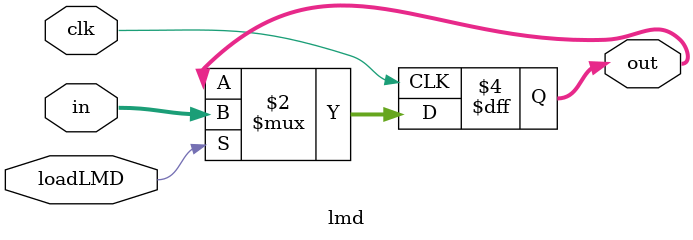
<source format=v>
`timescale 1ns / 1ps


module lmd(
    input clk,
    input [31:0] in,
    output reg [31:0] out,
    input loadLMD
);
    always @(posedge clk) begin
        if(loadLMD) out <= in;
    end
endmodule

</source>
